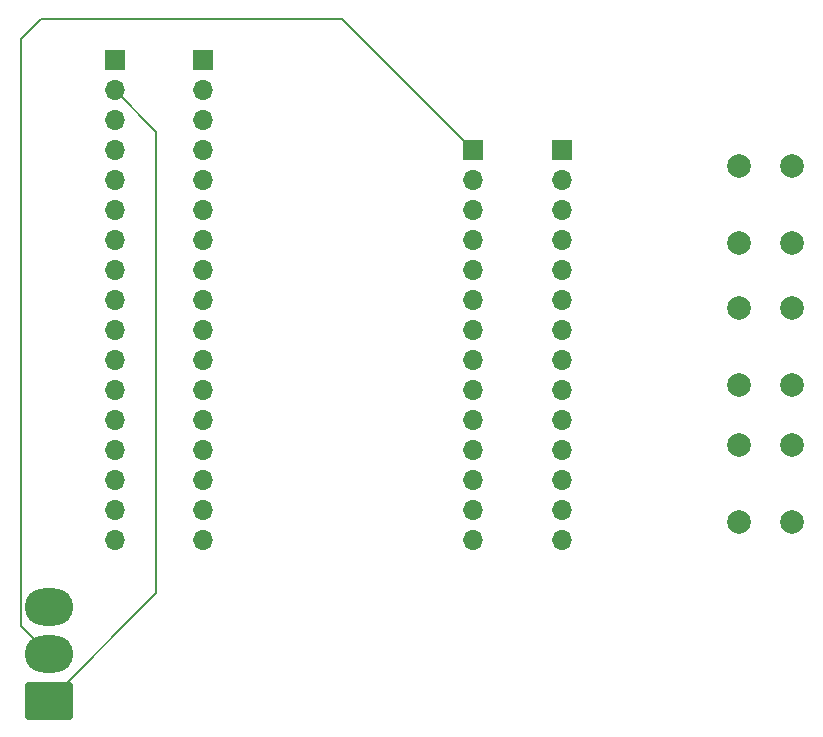
<source format=gbr>
%TF.GenerationSoftware,KiCad,Pcbnew,8.0.3*%
%TF.CreationDate,2024-07-08T01:17:26+08:00*%
%TF.ProjectId,First_pcb,46697273-745f-4706-9362-2e6b69636164,rev?*%
%TF.SameCoordinates,Original*%
%TF.FileFunction,Copper,L2,Bot*%
%TF.FilePolarity,Positive*%
%FSLAX46Y46*%
G04 Gerber Fmt 4.6, Leading zero omitted, Abs format (unit mm)*
G04 Created by KiCad (PCBNEW 8.0.3) date 2024-07-08 01:17:26*
%MOMM*%
%LPD*%
G01*
G04 APERTURE LIST*
G04 Aperture macros list*
%AMRoundRect*
0 Rectangle with rounded corners*
0 $1 Rounding radius*
0 $2 $3 $4 $5 $6 $7 $8 $9 X,Y pos of 4 corners*
0 Add a 4 corners polygon primitive as box body*
4,1,4,$2,$3,$4,$5,$6,$7,$8,$9,$2,$3,0*
0 Add four circle primitives for the rounded corners*
1,1,$1+$1,$2,$3*
1,1,$1+$1,$4,$5*
1,1,$1+$1,$6,$7*
1,1,$1+$1,$8,$9*
0 Add four rect primitives between the rounded corners*
20,1,$1+$1,$2,$3,$4,$5,0*
20,1,$1+$1,$4,$5,$6,$7,0*
20,1,$1+$1,$6,$7,$8,$9,0*
20,1,$1+$1,$8,$9,$2,$3,0*%
G04 Aperture macros list end*
%TA.AperFunction,ComponentPad*%
%ADD10C,2.000000*%
%TD*%
%TA.AperFunction,ComponentPad*%
%ADD11R,1.700000X1.700000*%
%TD*%
%TA.AperFunction,ComponentPad*%
%ADD12O,1.700000X1.700000*%
%TD*%
%TA.AperFunction,ComponentPad*%
%ADD13RoundRect,0.250000X1.800000X-1.330000X1.800000X1.330000X-1.800000X1.330000X-1.800000X-1.330000X0*%
%TD*%
%TA.AperFunction,ComponentPad*%
%ADD14O,4.100000X3.160000*%
%TD*%
%TA.AperFunction,Conductor*%
%ADD15C,0.200000*%
%TD*%
G04 APERTURE END LIST*
D10*
%TO.P,SW1,1,1*%
%TO.N,/15*%
X153900000Y-59500000D03*
X153900000Y-53000000D03*
%TO.P,SW1,2,2*%
%TO.N,/3.3V*%
X158400000Y-59500000D03*
X158400000Y-53000000D03*
%TD*%
%TO.P,SW2,1,1*%
%TO.N,/35*%
X153900000Y-71500000D03*
X153900000Y-65000000D03*
%TO.P,SW2,2,2*%
%TO.N,/3.3V*%
X158400000Y-71500000D03*
X158400000Y-65000000D03*
%TD*%
D11*
%TO.P,J2,1,Pin_1*%
%TO.N,/RESET*%
X108550000Y-43990000D03*
D12*
%TO.P,J2,2,Pin_2*%
%TO.N,/3.3V*%
X108550000Y-46530000D03*
%TO.P,J2,3,Pin_3*%
%TO.N,/nothing*%
X108550000Y-49070000D03*
%TO.P,J2,4,Pin_4*%
%TO.N,GND*%
X108550000Y-51610000D03*
%TO.P,J2,5,Pin_5*%
%TO.N,/18*%
X108550000Y-54150000D03*
%TO.P,J2,6,Pin_6*%
%TO.N,/23*%
X108550000Y-56690000D03*
%TO.P,J2,7,Pin_7*%
%TO.N,/19*%
X108550000Y-59230000D03*
%TO.P,J2,8,Pin_8*%
%TO.N,/22*%
X108550000Y-61770000D03*
%TO.P,J2,9,Pin_9*%
%TO.N,/21*%
X108550000Y-64310000D03*
%TO.P,J2,10,Pin_10*%
%TO.N,/2*%
X108550000Y-66850000D03*
%TO.P,J2,11,Pin_11*%
%TO.N,/13*%
X108550000Y-69390000D03*
%TO.P,J2,12,Pin_12*%
%TO.N,/14*%
X108550000Y-71930000D03*
%TO.P,J2,13,Pin_13*%
%TO.N,/0*%
X108550000Y-74470000D03*
%TO.P,J2,14,Pin_14*%
%TO.N,/26*%
X108550000Y-77010000D03*
%TO.P,J2,15,Pin_15*%
%TO.N,/25*%
X108550000Y-79550000D03*
%TO.P,J2,16,Pin_16*%
%TO.N,/1*%
X108550000Y-82090000D03*
%TO.P,J2,17,Pin_17*%
%TO.N,/3*%
X108550000Y-84630000D03*
%TD*%
D13*
%TO.P,J5,1,Pin_1*%
%TO.N,/3.3V*%
X95455000Y-98260000D03*
D14*
%TO.P,J5,2,Pin_2*%
%TO.N,/Vcc*%
X95455000Y-94300000D03*
%TO.P,J5,3,Pin_3*%
%TO.N,GND*%
X95455000Y-90340000D03*
%TD*%
D10*
%TO.P,SW3,1,1*%
%TO.N,/34*%
X153900000Y-83100000D03*
X153900000Y-76600000D03*
%TO.P,SW3,2,2*%
%TO.N,/3.3V*%
X158400000Y-83100000D03*
X158400000Y-76600000D03*
%TD*%
D11*
%TO.P,J3,1,Pin_1*%
%TO.N,/RESET*%
X101050000Y-44040000D03*
D12*
%TO.P,J3,2,Pin_2*%
%TO.N,/3.3V*%
X101050000Y-46580000D03*
%TO.P,J3,3,Pin_3*%
%TO.N,/nothing*%
X101050000Y-49120000D03*
%TO.P,J3,4,Pin_4*%
%TO.N,GND*%
X101050000Y-51660000D03*
%TO.P,J3,5,Pin_5*%
%TO.N,/18*%
X101050000Y-54200000D03*
%TO.P,J3,6,Pin_6*%
%TO.N,/23*%
X101050000Y-56740000D03*
%TO.P,J3,7,Pin_7*%
%TO.N,/19*%
X101050000Y-59280000D03*
%TO.P,J3,8,Pin_8*%
%TO.N,/22*%
X101050000Y-61820000D03*
%TO.P,J3,9,Pin_9*%
%TO.N,/21*%
X101050000Y-64360000D03*
%TO.P,J3,10,Pin_10*%
%TO.N,/2*%
X101050000Y-66900000D03*
%TO.P,J3,11,Pin_11*%
%TO.N,/13*%
X101050000Y-69440000D03*
%TO.P,J3,12,Pin_12*%
%TO.N,/14*%
X101050000Y-71980000D03*
%TO.P,J3,13,Pin_13*%
%TO.N,/0*%
X101050000Y-74520000D03*
%TO.P,J3,14,Pin_14*%
%TO.N,/26*%
X101050000Y-77060000D03*
%TO.P,J3,15,Pin_15*%
%TO.N,/25*%
X101050000Y-79600000D03*
%TO.P,J3,16,Pin_16*%
%TO.N,/1*%
X101050000Y-82140000D03*
%TO.P,J3,17,Pin_17*%
%TO.N,/3*%
X101050000Y-84680000D03*
%TD*%
D11*
%TO.P,J1,1,Pin_1*%
%TO.N,/Vcc*%
X131400000Y-51640000D03*
D12*
%TO.P,J1,2,Pin_2*%
%TO.N,/3.3V*%
X131400000Y-54180000D03*
%TO.P,J1,3,Pin_3*%
%TO.N,GND*%
X131400000Y-56720000D03*
%TO.P,J1,4,Pin_4*%
%TO.N,/22*%
X131400000Y-59260000D03*
%TO.P,J1,5,Pin_5*%
%TO.N,/21*%
X131400000Y-61800000D03*
%TO.P,J1,6,Pin_6*%
%TO.N,/15*%
X131400000Y-64340000D03*
%TO.P,J1,7,Pin_7*%
%TO.N,/35*%
X131400000Y-66880000D03*
%TO.P,J1,8,Pin_8*%
%TO.N,/34*%
X131400000Y-69420000D03*
%TO.P,J1,9,Pin_9*%
%TO.N,/39*%
X131400000Y-71960000D03*
%TO.P,J1,10,Pin_10*%
%TO.N,/36*%
X131400000Y-74500000D03*
%TO.P,J1,11,Pin_11*%
%TO.N,/12*%
X131400000Y-77040000D03*
%TO.P,J1,12,Pin_12*%
%TO.N,/4*%
X131400000Y-79580000D03*
%TO.P,J1,13,Pin_13*%
%TO.N,/16*%
X131400000Y-82120000D03*
%TO.P,J1,14,Pin_14*%
%TO.N,/17*%
X131400000Y-84660000D03*
%TD*%
D11*
%TO.P,J4,1,Pin_1*%
%TO.N,/Vcc*%
X138900000Y-51640000D03*
D12*
%TO.P,J4,2,Pin_2*%
%TO.N,/3.3V*%
X138900000Y-54180000D03*
%TO.P,J4,3,Pin_3*%
%TO.N,GND*%
X138900000Y-56720000D03*
%TO.P,J4,4,Pin_4*%
%TO.N,/22*%
X138900000Y-59260000D03*
%TO.P,J4,5,Pin_5*%
%TO.N,/21*%
X138900000Y-61800000D03*
%TO.P,J4,6,Pin_6*%
%TO.N,/15*%
X138900000Y-64340000D03*
%TO.P,J4,7,Pin_7*%
%TO.N,/35*%
X138900000Y-66880000D03*
%TO.P,J4,8,Pin_8*%
%TO.N,/34*%
X138900000Y-69420000D03*
%TO.P,J4,9,Pin_9*%
%TO.N,/39*%
X138900000Y-71960000D03*
%TO.P,J4,10,Pin_10*%
%TO.N,/36*%
X138900000Y-74500000D03*
%TO.P,J4,11,Pin_11*%
%TO.N,/12*%
X138900000Y-77040000D03*
%TO.P,J4,12,Pin_12*%
%TO.N,/4*%
X138900000Y-79580000D03*
%TO.P,J4,13,Pin_13*%
%TO.N,/16*%
X138900000Y-82120000D03*
%TO.P,J4,14,Pin_14*%
%TO.N,/17*%
X138900000Y-84660000D03*
%TD*%
D15*
%TO.N,/3.3V*%
X95455000Y-98260000D02*
X104550000Y-89165000D01*
X104550000Y-89165000D02*
X104550000Y-50080000D01*
X104550000Y-50080000D02*
X101050000Y-46580000D01*
%TO.N,/Vcc*%
X93105000Y-42195000D02*
X94800000Y-40500000D01*
X93105000Y-91950000D02*
X93105000Y-42195000D01*
X95455000Y-94300000D02*
X93105000Y-91950000D01*
X94800000Y-40500000D02*
X120260000Y-40500000D01*
X120260000Y-40500000D02*
X131400000Y-51640000D01*
%TD*%
M02*

</source>
